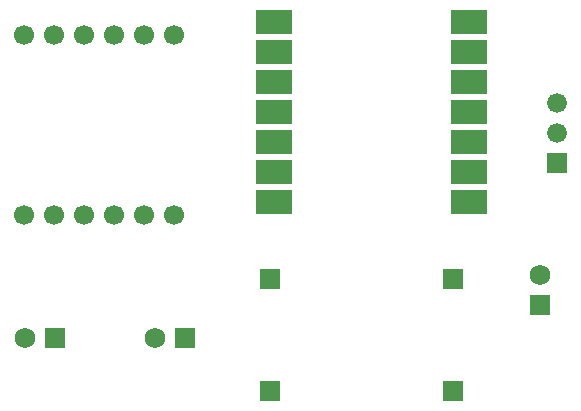
<source format=gts>
G04 Layer: TopSolderMaskLayer*
G04 EasyEDA v6.5.47, 2024-09-12 19:46:18*
G04 ae21a48fe1bb43629e3a85d37cf1f8ca,0207d7639cbd4ff9ba197a67aa53e6ca,10*
G04 Gerber Generator version 0.2*
G04 Scale: 100 percent, Rotated: No, Reflected: No *
G04 Dimensions in millimeters *
G04 leading zeros omitted , absolute positions ,4 integer and 5 decimal *
%FSLAX45Y45*%
%MOMM*%

%AMMACRO1*4,1,8,-0.8085,-0.8382,-0.8382,-0.8082,-0.8382,0.8085,-0.8085,0.8382,0.8082,0.8382,0.8382,0.8085,0.8382,-0.8082,0.8082,-0.8382,-0.8085,-0.8382,0*%
%AMMACRO2*4,1,8,-0.8042,-0.8636,-0.8636,-0.8039,-0.8636,0.8042,-0.8042,0.8636,0.8039,0.8636,0.8636,0.8042,0.8636,-0.8039,0.8039,-0.8636,-0.8042,-0.8636,0*%
%AMMACRO3*4,1,8,-1.5212,-1.0418,-1.5509,-1.0118,-1.5509,1.0121,-1.5212,1.0418,1.521,1.0418,1.5509,1.0121,1.5509,-1.0118,1.521,-1.0418,-1.5212,-1.0418,0*%
%AMMACRO4*4,1,8,-1.5211,-1.0418,-1.5508,-1.0118,-1.5508,1.0121,-1.5211,1.0418,1.5208,1.0418,1.5508,1.0121,1.5508,-1.0118,1.5208,-1.0418,-1.5211,-1.0418,0*%
%AMMACRO5*4,1,8,-0.8037,-0.8621,-0.8621,-0.8034,-0.8621,0.8037,-0.8037,0.8621,0.8034,0.8621,0.8621,0.8037,0.8621,-0.8034,0.8034,-0.8621,-0.8037,-0.8621,0*%
%ADD10C,1.6764*%
%ADD11MACRO1*%
%ADD12MACRO2*%
%ADD13C,1.7272*%
%ADD14MACRO3*%
%ADD15MACRO4*%
%ADD16C,1.7000*%
%ADD17MACRO5*%

%LPD*%
D10*
G01*
X5544820Y-1210055D03*
G01*
X5544820Y-1464055D03*
D11*
G01*
X5544820Y-1718056D03*
D12*
G01*
X1289557Y-3200146D03*
D13*
G01*
X1035557Y-3200145D03*
D12*
G01*
X2389631Y-3200146D03*
D13*
G01*
X2135631Y-3200145D03*
D12*
G01*
X5401564Y-2920238D03*
D13*
G01*
X5401563Y-2666237D03*
D14*
G01*
X3143072Y-2049030D03*
G01*
X3143072Y-1795030D03*
G01*
X3143072Y-1541030D03*
G01*
X3143072Y-1287030D03*
G01*
X3143072Y-1033030D03*
G01*
X3143072Y-779030D03*
D15*
G01*
X3143084Y-525030D03*
G01*
X4794084Y-2049030D03*
G01*
X4794084Y-1795030D03*
G01*
X4794084Y-1541030D03*
G01*
X4794084Y-1287030D03*
G01*
X4794084Y-525030D03*
G01*
X4794084Y-779030D03*
G01*
X4794084Y-1033030D03*
D16*
G01*
X2297556Y-2162047D03*
G01*
X2043556Y-2162047D03*
G01*
X1789556Y-2162047D03*
G01*
X1535556Y-2162047D03*
G01*
X1281556Y-2162047D03*
G01*
X1027556Y-2162047D03*
G01*
X2297556Y-638047D03*
G01*
X2043556Y-638047D03*
G01*
X1789607Y-637997D03*
G01*
X1535607Y-637997D03*
G01*
X1281556Y-638047D03*
G01*
X1027556Y-638047D03*
D17*
G01*
X4662551Y-3650056D03*
G01*
X4662551Y-2700045D03*
G01*
X3112541Y-3650056D03*
G01*
X3112541Y-2700045D03*
M02*

</source>
